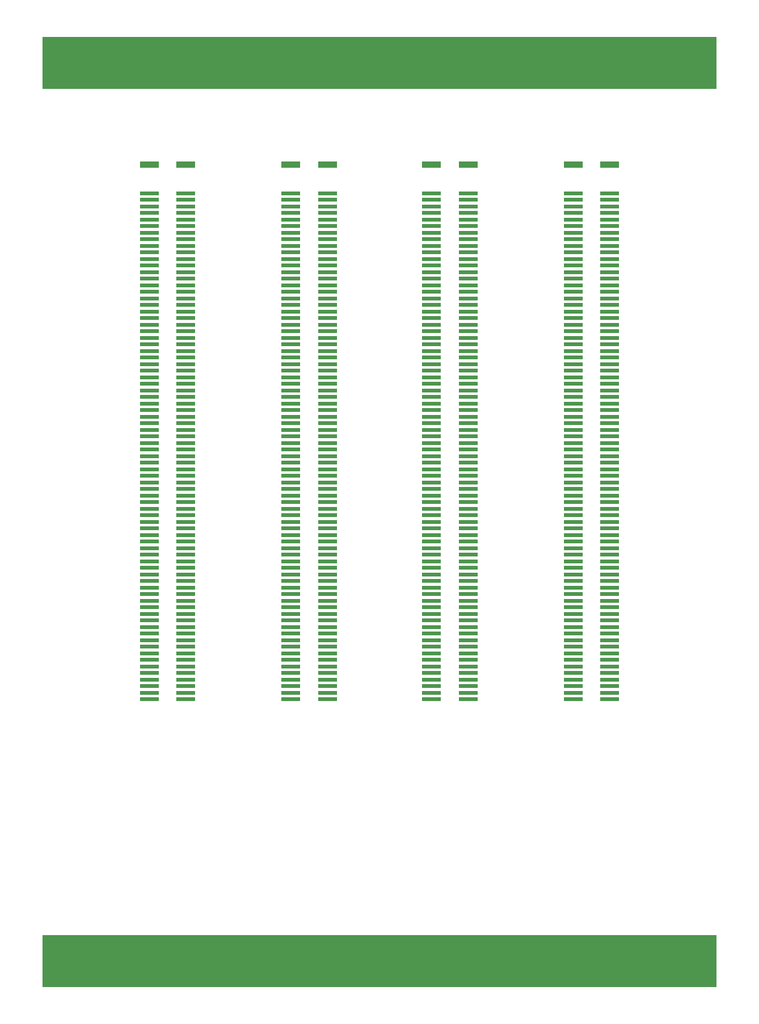
<source format=gbs>
G04 Layer: BottomSolderMaskLayer*
G04 EasyEDA v6.5.29, 2023-07-18 10:35:04*
G04 3d4cdd4c9cf84954a9378beb5d92b1fd,5a6b42c53f6a479593ecc07194224c93,10*
G04 Gerber Generator version 0.2*
G04 Scale: 100 percent, Rotated: No, Reflected: No *
G04 Dimensions in millimeters *
G04 leading zeros omitted , absolute positions ,4 integer and 5 decimal *
%FSLAX45Y45*%
%MOMM*%

%ADD10O,6.6032126X3.4031936000000003*%

%LPD*%
D10*
G01*
X736600Y12573000D03*
G01*
X8382000Y12573000D03*
G01*
X736600Y330200D03*
G01*
X8382000Y330200D03*
G36*
X0Y12852400D02*
G01*
X9131300Y12852400D01*
X9131300Y12152401D01*
X0Y12152401D01*
G37*
G36*
X0Y699998D02*
G01*
X9131300Y699998D01*
X9131300Y0D01*
X0Y0D01*
G37*
G36*
X1816100Y11168379D02*
G01*
X2070100Y11168379D01*
X2070100Y11079479D01*
X1816100Y11079479D01*
G37*
G36*
X1320800Y11168379D02*
G01*
X1574800Y11168379D01*
X1574800Y11079479D01*
X1320800Y11079479D01*
G37*
G36*
X1816100Y8983979D02*
G01*
X2070100Y8983979D01*
X2070100Y8933179D01*
X1816100Y8933179D01*
G37*
G36*
X1816100Y8895079D02*
G01*
X2070100Y8895079D01*
X2070100Y8844279D01*
X1816100Y8844279D01*
G37*
G36*
X1816100Y8806179D02*
G01*
X2070100Y8806179D01*
X2070100Y8755379D01*
X1816100Y8755379D01*
G37*
G36*
X1816100Y8539479D02*
G01*
X2070100Y8539479D01*
X2070100Y8488679D01*
X1816100Y8488679D01*
G37*
G36*
X1816100Y8628379D02*
G01*
X2070100Y8628379D01*
X2070100Y8577579D01*
X1816100Y8577579D01*
G37*
G36*
X1816100Y8717279D02*
G01*
X2070100Y8717279D01*
X2070100Y8666479D01*
X1816100Y8666479D01*
G37*
G36*
X1816100Y8272779D02*
G01*
X2070100Y8272779D01*
X2070100Y8221979D01*
X1816100Y8221979D01*
G37*
G36*
X1816100Y8361679D02*
G01*
X2070100Y8361679D01*
X2070100Y8310879D01*
X1816100Y8310879D01*
G37*
G36*
X1816100Y8450579D02*
G01*
X2070100Y8450579D01*
X2070100Y8399779D01*
X1816100Y8399779D01*
G37*
G36*
X1816100Y8006079D02*
G01*
X2070100Y8006079D01*
X2070100Y7955279D01*
X1816100Y7955279D01*
G37*
G36*
X1816100Y8094979D02*
G01*
X2070100Y8094979D01*
X2070100Y8044179D01*
X1816100Y8044179D01*
G37*
G36*
X1816100Y8183879D02*
G01*
X2070100Y8183879D01*
X2070100Y8133079D01*
X1816100Y8133079D01*
G37*
G36*
X1816100Y7828279D02*
G01*
X2070100Y7828279D01*
X2070100Y7777479D01*
X1816100Y7777479D01*
G37*
G36*
X1816100Y7917179D02*
G01*
X2070100Y7917179D01*
X2070100Y7866379D01*
X1816100Y7866379D01*
G37*
G36*
X1816100Y9161779D02*
G01*
X2070100Y9161779D01*
X2070100Y9110979D01*
X1816100Y9110979D01*
G37*
G36*
X1816100Y9072879D02*
G01*
X2070100Y9072879D01*
X2070100Y9022079D01*
X1816100Y9022079D01*
G37*
G36*
X1816100Y9428479D02*
G01*
X2070100Y9428479D01*
X2070100Y9377679D01*
X1816100Y9377679D01*
G37*
G36*
X1816100Y9339579D02*
G01*
X2070100Y9339579D01*
X2070100Y9288779D01*
X1816100Y9288779D01*
G37*
G36*
X1816100Y9250679D02*
G01*
X2070100Y9250679D01*
X2070100Y9199879D01*
X1816100Y9199879D01*
G37*
G36*
X1816100Y9695179D02*
G01*
X2070100Y9695179D01*
X2070100Y9644379D01*
X1816100Y9644379D01*
G37*
G36*
X1816100Y9606279D02*
G01*
X2070100Y9606279D01*
X2070100Y9555479D01*
X1816100Y9555479D01*
G37*
G36*
X1816100Y9517379D02*
G01*
X2070100Y9517379D01*
X2070100Y9466579D01*
X1816100Y9466579D01*
G37*
G36*
X1816100Y9961879D02*
G01*
X2070100Y9961879D01*
X2070100Y9911079D01*
X1816100Y9911079D01*
G37*
G36*
X1816100Y9872979D02*
G01*
X2070100Y9872979D01*
X2070100Y9822179D01*
X1816100Y9822179D01*
G37*
G36*
X1816100Y9784079D02*
G01*
X2070100Y9784079D01*
X2070100Y9733279D01*
X1816100Y9733279D01*
G37*
G36*
X1816100Y10228579D02*
G01*
X2070100Y10228579D01*
X2070100Y10177779D01*
X1816100Y10177779D01*
G37*
G36*
X1816100Y10139679D02*
G01*
X2070100Y10139679D01*
X2070100Y10088879D01*
X1816100Y10088879D01*
G37*
G36*
X1816100Y10050779D02*
G01*
X2070100Y10050779D01*
X2070100Y9999979D01*
X1816100Y9999979D01*
G37*
G36*
X1816100Y10495279D02*
G01*
X2070100Y10495279D01*
X2070100Y10444479D01*
X1816100Y10444479D01*
G37*
G36*
X1816100Y10406379D02*
G01*
X2070100Y10406379D01*
X2070100Y10355579D01*
X1816100Y10355579D01*
G37*
G36*
X1816100Y10317479D02*
G01*
X2070100Y10317479D01*
X2070100Y10266679D01*
X1816100Y10266679D01*
G37*
G36*
X1816100Y10584179D02*
G01*
X2070100Y10584179D01*
X2070100Y10533379D01*
X1816100Y10533379D01*
G37*
G36*
X1816100Y10673079D02*
G01*
X2070100Y10673079D01*
X2070100Y10622279D01*
X1816100Y10622279D01*
G37*
G36*
X1816100Y10761979D02*
G01*
X2070100Y10761979D01*
X2070100Y10711179D01*
X1816100Y10711179D01*
G37*
G36*
X1320800Y10761979D02*
G01*
X1574800Y10761979D01*
X1574800Y10711179D01*
X1320800Y10711179D01*
G37*
G36*
X1320800Y10673079D02*
G01*
X1574800Y10673079D01*
X1574800Y10622279D01*
X1320800Y10622279D01*
G37*
G36*
X1320800Y10584179D02*
G01*
X1574800Y10584179D01*
X1574800Y10533379D01*
X1320800Y10533379D01*
G37*
G36*
X1320800Y10317479D02*
G01*
X1574800Y10317479D01*
X1574800Y10266679D01*
X1320800Y10266679D01*
G37*
G36*
X1320800Y10406379D02*
G01*
X1574800Y10406379D01*
X1574800Y10355579D01*
X1320800Y10355579D01*
G37*
G36*
X1320800Y10495279D02*
G01*
X1574800Y10495279D01*
X1574800Y10444479D01*
X1320800Y10444479D01*
G37*
G36*
X1320800Y10050779D02*
G01*
X1574800Y10050779D01*
X1574800Y9999979D01*
X1320800Y9999979D01*
G37*
G36*
X1320800Y10139679D02*
G01*
X1574800Y10139679D01*
X1574800Y10088879D01*
X1320800Y10088879D01*
G37*
G36*
X1320800Y10228579D02*
G01*
X1574800Y10228579D01*
X1574800Y10177779D01*
X1320800Y10177779D01*
G37*
G36*
X1320800Y9784079D02*
G01*
X1574800Y9784079D01*
X1574800Y9733279D01*
X1320800Y9733279D01*
G37*
G36*
X1320800Y9872979D02*
G01*
X1574800Y9872979D01*
X1574800Y9822179D01*
X1320800Y9822179D01*
G37*
G36*
X1320800Y9961879D02*
G01*
X1574800Y9961879D01*
X1574800Y9911079D01*
X1320800Y9911079D01*
G37*
G36*
X1320800Y9517379D02*
G01*
X1574800Y9517379D01*
X1574800Y9466579D01*
X1320800Y9466579D01*
G37*
G36*
X1320800Y9606279D02*
G01*
X1574800Y9606279D01*
X1574800Y9555479D01*
X1320800Y9555479D01*
G37*
G36*
X1320800Y9695179D02*
G01*
X1574800Y9695179D01*
X1574800Y9644379D01*
X1320800Y9644379D01*
G37*
G36*
X1320800Y9250679D02*
G01*
X1574800Y9250679D01*
X1574800Y9199879D01*
X1320800Y9199879D01*
G37*
G36*
X1320800Y9339579D02*
G01*
X1574800Y9339579D01*
X1574800Y9288779D01*
X1320800Y9288779D01*
G37*
G36*
X1320800Y9428479D02*
G01*
X1574800Y9428479D01*
X1574800Y9377679D01*
X1320800Y9377679D01*
G37*
G36*
X1320800Y9072879D02*
G01*
X1574800Y9072879D01*
X1574800Y9022079D01*
X1320800Y9022079D01*
G37*
G36*
X1320800Y9161779D02*
G01*
X1574800Y9161779D01*
X1574800Y9110979D01*
X1320800Y9110979D01*
G37*
G36*
X1320800Y7917179D02*
G01*
X1574800Y7917179D01*
X1574800Y7866379D01*
X1320800Y7866379D01*
G37*
G36*
X1320800Y7828279D02*
G01*
X1574800Y7828279D01*
X1574800Y7777479D01*
X1320800Y7777479D01*
G37*
G36*
X1320800Y8183879D02*
G01*
X1574800Y8183879D01*
X1574800Y8133079D01*
X1320800Y8133079D01*
G37*
G36*
X1320800Y8094979D02*
G01*
X1574800Y8094979D01*
X1574800Y8044179D01*
X1320800Y8044179D01*
G37*
G36*
X1320800Y8006079D02*
G01*
X1574800Y8006079D01*
X1574800Y7955279D01*
X1320800Y7955279D01*
G37*
G36*
X1320800Y8450579D02*
G01*
X1574800Y8450579D01*
X1574800Y8399779D01*
X1320800Y8399779D01*
G37*
G36*
X1320800Y8361679D02*
G01*
X1574800Y8361679D01*
X1574800Y8310879D01*
X1320800Y8310879D01*
G37*
G36*
X1320800Y8272779D02*
G01*
X1574800Y8272779D01*
X1574800Y8221979D01*
X1320800Y8221979D01*
G37*
G36*
X1320800Y8717279D02*
G01*
X1574800Y8717279D01*
X1574800Y8666479D01*
X1320800Y8666479D01*
G37*
G36*
X1320800Y8628379D02*
G01*
X1574800Y8628379D01*
X1574800Y8577579D01*
X1320800Y8577579D01*
G37*
G36*
X1320800Y8539479D02*
G01*
X1574800Y8539479D01*
X1574800Y8488679D01*
X1320800Y8488679D01*
G37*
G36*
X1320800Y8806179D02*
G01*
X1574800Y8806179D01*
X1574800Y8755379D01*
X1320800Y8755379D01*
G37*
G36*
X1320800Y8895079D02*
G01*
X1574800Y8895079D01*
X1574800Y8844279D01*
X1320800Y8844279D01*
G37*
G36*
X1320800Y8983979D02*
G01*
X1574800Y8983979D01*
X1574800Y8933179D01*
X1320800Y8933179D01*
G37*
G36*
X1320800Y5961379D02*
G01*
X1574800Y5961379D01*
X1574800Y5910579D01*
X1320800Y5910579D01*
G37*
G36*
X1320800Y5872479D02*
G01*
X1574800Y5872479D01*
X1574800Y5821679D01*
X1320800Y5821679D01*
G37*
G36*
X1320800Y5783579D02*
G01*
X1574800Y5783579D01*
X1574800Y5732779D01*
X1320800Y5732779D01*
G37*
G36*
X1320800Y5516879D02*
G01*
X1574800Y5516879D01*
X1574800Y5466079D01*
X1320800Y5466079D01*
G37*
G36*
X1320800Y5605779D02*
G01*
X1574800Y5605779D01*
X1574800Y5554979D01*
X1320800Y5554979D01*
G37*
G36*
X1320800Y5694679D02*
G01*
X1574800Y5694679D01*
X1574800Y5643879D01*
X1320800Y5643879D01*
G37*
G36*
X1320800Y5250179D02*
G01*
X1574800Y5250179D01*
X1574800Y5199379D01*
X1320800Y5199379D01*
G37*
G36*
X1320800Y5339079D02*
G01*
X1574800Y5339079D01*
X1574800Y5288279D01*
X1320800Y5288279D01*
G37*
G36*
X1320800Y5427979D02*
G01*
X1574800Y5427979D01*
X1574800Y5377179D01*
X1320800Y5377179D01*
G37*
G36*
X1320800Y4983479D02*
G01*
X1574800Y4983479D01*
X1574800Y4932679D01*
X1320800Y4932679D01*
G37*
G36*
X1320800Y5072379D02*
G01*
X1574800Y5072379D01*
X1574800Y5021579D01*
X1320800Y5021579D01*
G37*
G36*
X1320800Y5161279D02*
G01*
X1574800Y5161279D01*
X1574800Y5110479D01*
X1320800Y5110479D01*
G37*
G36*
X1320800Y4805679D02*
G01*
X1574800Y4805679D01*
X1574800Y4754879D01*
X1320800Y4754879D01*
G37*
G36*
X1320800Y4894579D02*
G01*
X1574800Y4894579D01*
X1574800Y4843779D01*
X1320800Y4843779D01*
G37*
G36*
X1320800Y6139179D02*
G01*
X1574800Y6139179D01*
X1574800Y6088379D01*
X1320800Y6088379D01*
G37*
G36*
X1320800Y6050279D02*
G01*
X1574800Y6050279D01*
X1574800Y5999479D01*
X1320800Y5999479D01*
G37*
G36*
X1320800Y6405879D02*
G01*
X1574800Y6405879D01*
X1574800Y6355079D01*
X1320800Y6355079D01*
G37*
G36*
X1320800Y6316979D02*
G01*
X1574800Y6316979D01*
X1574800Y6266179D01*
X1320800Y6266179D01*
G37*
G36*
X1320800Y6228079D02*
G01*
X1574800Y6228079D01*
X1574800Y6177279D01*
X1320800Y6177279D01*
G37*
G36*
X1320800Y6672579D02*
G01*
X1574800Y6672579D01*
X1574800Y6621779D01*
X1320800Y6621779D01*
G37*
G36*
X1320800Y6583679D02*
G01*
X1574800Y6583679D01*
X1574800Y6532879D01*
X1320800Y6532879D01*
G37*
G36*
X1320800Y6494779D02*
G01*
X1574800Y6494779D01*
X1574800Y6443979D01*
X1320800Y6443979D01*
G37*
G36*
X1320800Y6939279D02*
G01*
X1574800Y6939279D01*
X1574800Y6888479D01*
X1320800Y6888479D01*
G37*
G36*
X1320800Y6850379D02*
G01*
X1574800Y6850379D01*
X1574800Y6799579D01*
X1320800Y6799579D01*
G37*
G36*
X1320800Y6761479D02*
G01*
X1574800Y6761479D01*
X1574800Y6710679D01*
X1320800Y6710679D01*
G37*
G36*
X1320800Y7205979D02*
G01*
X1574800Y7205979D01*
X1574800Y7155179D01*
X1320800Y7155179D01*
G37*
G36*
X1320800Y7117079D02*
G01*
X1574800Y7117079D01*
X1574800Y7066279D01*
X1320800Y7066279D01*
G37*
G36*
X1320800Y7028179D02*
G01*
X1574800Y7028179D01*
X1574800Y6977379D01*
X1320800Y6977379D01*
G37*
G36*
X1320800Y7472679D02*
G01*
X1574800Y7472679D01*
X1574800Y7421879D01*
X1320800Y7421879D01*
G37*
G36*
X1320800Y7383779D02*
G01*
X1574800Y7383779D01*
X1574800Y7332979D01*
X1320800Y7332979D01*
G37*
G36*
X1320800Y7294879D02*
G01*
X1574800Y7294879D01*
X1574800Y7244079D01*
X1320800Y7244079D01*
G37*
G36*
X1320800Y7561579D02*
G01*
X1574800Y7561579D01*
X1574800Y7510779D01*
X1320800Y7510779D01*
G37*
G36*
X1320800Y7650479D02*
G01*
X1574800Y7650479D01*
X1574800Y7599679D01*
X1320800Y7599679D01*
G37*
G36*
X1320800Y7739379D02*
G01*
X1574800Y7739379D01*
X1574800Y7688579D01*
X1320800Y7688579D01*
G37*
G36*
X1816100Y7739379D02*
G01*
X2070100Y7739379D01*
X2070100Y7688579D01*
X1816100Y7688579D01*
G37*
G36*
X1816100Y7650479D02*
G01*
X2070100Y7650479D01*
X2070100Y7599679D01*
X1816100Y7599679D01*
G37*
G36*
X1816100Y7561579D02*
G01*
X2070100Y7561579D01*
X2070100Y7510779D01*
X1816100Y7510779D01*
G37*
G36*
X1816100Y7294879D02*
G01*
X2070100Y7294879D01*
X2070100Y7244079D01*
X1816100Y7244079D01*
G37*
G36*
X1816100Y7383779D02*
G01*
X2070100Y7383779D01*
X2070100Y7332979D01*
X1816100Y7332979D01*
G37*
G36*
X1816100Y7472679D02*
G01*
X2070100Y7472679D01*
X2070100Y7421879D01*
X1816100Y7421879D01*
G37*
G36*
X1816100Y7028179D02*
G01*
X2070100Y7028179D01*
X2070100Y6977379D01*
X1816100Y6977379D01*
G37*
G36*
X1816100Y7117079D02*
G01*
X2070100Y7117079D01*
X2070100Y7066279D01*
X1816100Y7066279D01*
G37*
G36*
X1816100Y7205979D02*
G01*
X2070100Y7205979D01*
X2070100Y7155179D01*
X1816100Y7155179D01*
G37*
G36*
X1816100Y6761479D02*
G01*
X2070100Y6761479D01*
X2070100Y6710679D01*
X1816100Y6710679D01*
G37*
G36*
X1816100Y6850379D02*
G01*
X2070100Y6850379D01*
X2070100Y6799579D01*
X1816100Y6799579D01*
G37*
G36*
X1816100Y6939279D02*
G01*
X2070100Y6939279D01*
X2070100Y6888479D01*
X1816100Y6888479D01*
G37*
G36*
X1816100Y6494779D02*
G01*
X2070100Y6494779D01*
X2070100Y6443979D01*
X1816100Y6443979D01*
G37*
G36*
X1816100Y6583679D02*
G01*
X2070100Y6583679D01*
X2070100Y6532879D01*
X1816100Y6532879D01*
G37*
G36*
X1816100Y6672579D02*
G01*
X2070100Y6672579D01*
X2070100Y6621779D01*
X1816100Y6621779D01*
G37*
G36*
X1816100Y6228079D02*
G01*
X2070100Y6228079D01*
X2070100Y6177279D01*
X1816100Y6177279D01*
G37*
G36*
X1816100Y6316979D02*
G01*
X2070100Y6316979D01*
X2070100Y6266179D01*
X1816100Y6266179D01*
G37*
G36*
X1816100Y6405879D02*
G01*
X2070100Y6405879D01*
X2070100Y6355079D01*
X1816100Y6355079D01*
G37*
G36*
X1816100Y6050279D02*
G01*
X2070100Y6050279D01*
X2070100Y5999479D01*
X1816100Y5999479D01*
G37*
G36*
X1816100Y6139179D02*
G01*
X2070100Y6139179D01*
X2070100Y6088379D01*
X1816100Y6088379D01*
G37*
G36*
X1816100Y4894579D02*
G01*
X2070100Y4894579D01*
X2070100Y4843779D01*
X1816100Y4843779D01*
G37*
G36*
X1816100Y4805679D02*
G01*
X2070100Y4805679D01*
X2070100Y4754879D01*
X1816100Y4754879D01*
G37*
G36*
X1816100Y5161279D02*
G01*
X2070100Y5161279D01*
X2070100Y5110479D01*
X1816100Y5110479D01*
G37*
G36*
X1816100Y5072379D02*
G01*
X2070100Y5072379D01*
X2070100Y5021579D01*
X1816100Y5021579D01*
G37*
G36*
X1816100Y4983479D02*
G01*
X2070100Y4983479D01*
X2070100Y4932679D01*
X1816100Y4932679D01*
G37*
G36*
X1816100Y5427979D02*
G01*
X2070100Y5427979D01*
X2070100Y5377179D01*
X1816100Y5377179D01*
G37*
G36*
X1816100Y5339079D02*
G01*
X2070100Y5339079D01*
X2070100Y5288279D01*
X1816100Y5288279D01*
G37*
G36*
X1816100Y5250179D02*
G01*
X2070100Y5250179D01*
X2070100Y5199379D01*
X1816100Y5199379D01*
G37*
G36*
X1816100Y5694679D02*
G01*
X2070100Y5694679D01*
X2070100Y5643879D01*
X1816100Y5643879D01*
G37*
G36*
X1816100Y5605779D02*
G01*
X2070100Y5605779D01*
X2070100Y5554979D01*
X1816100Y5554979D01*
G37*
G36*
X1816100Y5516879D02*
G01*
X2070100Y5516879D01*
X2070100Y5466079D01*
X1816100Y5466079D01*
G37*
G36*
X1816100Y5783579D02*
G01*
X2070100Y5783579D01*
X2070100Y5732779D01*
X1816100Y5732779D01*
G37*
G36*
X1816100Y5872479D02*
G01*
X2070100Y5872479D01*
X2070100Y5821679D01*
X1816100Y5821679D01*
G37*
G36*
X1816100Y5961379D02*
G01*
X2070100Y5961379D01*
X2070100Y5910579D01*
X1816100Y5910579D01*
G37*
G36*
X1320800Y3916679D02*
G01*
X1574800Y3916679D01*
X1574800Y3865879D01*
X1320800Y3865879D01*
G37*
G36*
X1320800Y4183379D02*
G01*
X1574800Y4183379D01*
X1574800Y4132579D01*
X1320800Y4132579D01*
G37*
G36*
X1320800Y4094479D02*
G01*
X1574800Y4094479D01*
X1574800Y4043679D01*
X1320800Y4043679D01*
G37*
G36*
X1320800Y4005579D02*
G01*
X1574800Y4005579D01*
X1574800Y3954779D01*
X1320800Y3954779D01*
G37*
G36*
X1320800Y4450079D02*
G01*
X1574800Y4450079D01*
X1574800Y4399279D01*
X1320800Y4399279D01*
G37*
G36*
X1320800Y4361179D02*
G01*
X1574800Y4361179D01*
X1574800Y4310379D01*
X1320800Y4310379D01*
G37*
G36*
X1320800Y4272279D02*
G01*
X1574800Y4272279D01*
X1574800Y4221479D01*
X1320800Y4221479D01*
G37*
G36*
X1320800Y4538979D02*
G01*
X1574800Y4538979D01*
X1574800Y4488179D01*
X1320800Y4488179D01*
G37*
G36*
X1320800Y4627879D02*
G01*
X1574800Y4627879D01*
X1574800Y4577079D01*
X1320800Y4577079D01*
G37*
G36*
X1320800Y4716779D02*
G01*
X1574800Y4716779D01*
X1574800Y4665979D01*
X1320800Y4665979D01*
G37*
G36*
X1816100Y4716779D02*
G01*
X2070100Y4716779D01*
X2070100Y4665979D01*
X1816100Y4665979D01*
G37*
G36*
X1816100Y4627879D02*
G01*
X2070100Y4627879D01*
X2070100Y4577079D01*
X1816100Y4577079D01*
G37*
G36*
X1816100Y4538979D02*
G01*
X2070100Y4538979D01*
X2070100Y4488179D01*
X1816100Y4488179D01*
G37*
G36*
X1816100Y4272279D02*
G01*
X2070100Y4272279D01*
X2070100Y4221479D01*
X1816100Y4221479D01*
G37*
G36*
X1816100Y4361179D02*
G01*
X2070100Y4361179D01*
X2070100Y4310379D01*
X1816100Y4310379D01*
G37*
G36*
X1816100Y4450079D02*
G01*
X2070100Y4450079D01*
X2070100Y4399279D01*
X1816100Y4399279D01*
G37*
G36*
X1816100Y4005579D02*
G01*
X2070100Y4005579D01*
X2070100Y3954779D01*
X1816100Y3954779D01*
G37*
G36*
X1816100Y4094479D02*
G01*
X2070100Y4094479D01*
X2070100Y4043679D01*
X1816100Y4043679D01*
G37*
G36*
X1816100Y4183379D02*
G01*
X2070100Y4183379D01*
X2070100Y4132579D01*
X1816100Y4132579D01*
G37*
G36*
X1816100Y3916679D02*
G01*
X2070100Y3916679D01*
X2070100Y3865879D01*
X1816100Y3865879D01*
G37*
G36*
X3733825Y3916679D02*
G01*
X3987825Y3916679D01*
X3987825Y3865879D01*
X3733825Y3865879D01*
G37*
G36*
X3733825Y4183379D02*
G01*
X3987825Y4183379D01*
X3987825Y4132579D01*
X3733825Y4132579D01*
G37*
G36*
X3733825Y4094479D02*
G01*
X3987825Y4094479D01*
X3987825Y4043679D01*
X3733825Y4043679D01*
G37*
G36*
X3733825Y4005579D02*
G01*
X3987825Y4005579D01*
X3987825Y3954779D01*
X3733825Y3954779D01*
G37*
G36*
X3733825Y4450079D02*
G01*
X3987825Y4450079D01*
X3987825Y4399279D01*
X3733825Y4399279D01*
G37*
G36*
X3733825Y4361179D02*
G01*
X3987825Y4361179D01*
X3987825Y4310379D01*
X3733825Y4310379D01*
G37*
G36*
X3733825Y4272279D02*
G01*
X3987825Y4272279D01*
X3987825Y4221479D01*
X3733825Y4221479D01*
G37*
G36*
X3733825Y4538979D02*
G01*
X3987825Y4538979D01*
X3987825Y4488179D01*
X3733825Y4488179D01*
G37*
G36*
X3733825Y4627879D02*
G01*
X3987825Y4627879D01*
X3987825Y4577079D01*
X3733825Y4577079D01*
G37*
G36*
X3733825Y4716779D02*
G01*
X3987825Y4716779D01*
X3987825Y4665979D01*
X3733825Y4665979D01*
G37*
G36*
X3238525Y4716779D02*
G01*
X3492525Y4716779D01*
X3492525Y4665979D01*
X3238525Y4665979D01*
G37*
G36*
X3238525Y4627879D02*
G01*
X3492525Y4627879D01*
X3492525Y4577079D01*
X3238525Y4577079D01*
G37*
G36*
X3238525Y4538979D02*
G01*
X3492525Y4538979D01*
X3492525Y4488179D01*
X3238525Y4488179D01*
G37*
G36*
X3238525Y4272279D02*
G01*
X3492525Y4272279D01*
X3492525Y4221479D01*
X3238525Y4221479D01*
G37*
G36*
X3238525Y4361179D02*
G01*
X3492525Y4361179D01*
X3492525Y4310379D01*
X3238525Y4310379D01*
G37*
G36*
X3238525Y4450079D02*
G01*
X3492525Y4450079D01*
X3492525Y4399279D01*
X3238525Y4399279D01*
G37*
G36*
X3238525Y4005579D02*
G01*
X3492525Y4005579D01*
X3492525Y3954779D01*
X3238525Y3954779D01*
G37*
G36*
X3238525Y4094479D02*
G01*
X3492525Y4094479D01*
X3492525Y4043679D01*
X3238525Y4043679D01*
G37*
G36*
X3238525Y4183379D02*
G01*
X3492525Y4183379D01*
X3492525Y4132579D01*
X3238525Y4132579D01*
G37*
G36*
X3238525Y3916679D02*
G01*
X3492525Y3916679D01*
X3492525Y3865879D01*
X3238525Y3865879D01*
G37*
G36*
X3733825Y5961379D02*
G01*
X3987825Y5961379D01*
X3987825Y5910579D01*
X3733825Y5910579D01*
G37*
G36*
X3733825Y5872479D02*
G01*
X3987825Y5872479D01*
X3987825Y5821679D01*
X3733825Y5821679D01*
G37*
G36*
X3733825Y5783579D02*
G01*
X3987825Y5783579D01*
X3987825Y5732779D01*
X3733825Y5732779D01*
G37*
G36*
X3733825Y5516879D02*
G01*
X3987825Y5516879D01*
X3987825Y5466079D01*
X3733825Y5466079D01*
G37*
G36*
X3733825Y5605779D02*
G01*
X3987825Y5605779D01*
X3987825Y5554979D01*
X3733825Y5554979D01*
G37*
G36*
X3733825Y5694679D02*
G01*
X3987825Y5694679D01*
X3987825Y5643879D01*
X3733825Y5643879D01*
G37*
G36*
X3733825Y5250179D02*
G01*
X3987825Y5250179D01*
X3987825Y5199379D01*
X3733825Y5199379D01*
G37*
G36*
X3733825Y5339079D02*
G01*
X3987825Y5339079D01*
X3987825Y5288279D01*
X3733825Y5288279D01*
G37*
G36*
X3733825Y5427979D02*
G01*
X3987825Y5427979D01*
X3987825Y5377179D01*
X3733825Y5377179D01*
G37*
G36*
X3733825Y4983479D02*
G01*
X3987825Y4983479D01*
X3987825Y4932679D01*
X3733825Y4932679D01*
G37*
G36*
X3733825Y5072379D02*
G01*
X3987825Y5072379D01*
X3987825Y5021579D01*
X3733825Y5021579D01*
G37*
G36*
X3733825Y5161279D02*
G01*
X3987825Y5161279D01*
X3987825Y5110479D01*
X3733825Y5110479D01*
G37*
G36*
X3733825Y4805679D02*
G01*
X3987825Y4805679D01*
X3987825Y4754879D01*
X3733825Y4754879D01*
G37*
G36*
X3733825Y4894579D02*
G01*
X3987825Y4894579D01*
X3987825Y4843779D01*
X3733825Y4843779D01*
G37*
G36*
X3733825Y6139179D02*
G01*
X3987825Y6139179D01*
X3987825Y6088379D01*
X3733825Y6088379D01*
G37*
G36*
X3733825Y6050279D02*
G01*
X3987825Y6050279D01*
X3987825Y5999479D01*
X3733825Y5999479D01*
G37*
G36*
X3733825Y6405879D02*
G01*
X3987825Y6405879D01*
X3987825Y6355079D01*
X3733825Y6355079D01*
G37*
G36*
X3733825Y6316979D02*
G01*
X3987825Y6316979D01*
X3987825Y6266179D01*
X3733825Y6266179D01*
G37*
G36*
X3733825Y6228079D02*
G01*
X3987825Y6228079D01*
X3987825Y6177279D01*
X3733825Y6177279D01*
G37*
G36*
X3733825Y6672579D02*
G01*
X3987825Y6672579D01*
X3987825Y6621779D01*
X3733825Y6621779D01*
G37*
G36*
X3733825Y6583679D02*
G01*
X3987825Y6583679D01*
X3987825Y6532879D01*
X3733825Y6532879D01*
G37*
G36*
X3733825Y6494779D02*
G01*
X3987825Y6494779D01*
X3987825Y6443979D01*
X3733825Y6443979D01*
G37*
G36*
X3733825Y6939279D02*
G01*
X3987825Y6939279D01*
X3987825Y6888479D01*
X3733825Y6888479D01*
G37*
G36*
X3733825Y6850379D02*
G01*
X3987825Y6850379D01*
X3987825Y6799579D01*
X3733825Y6799579D01*
G37*
G36*
X3733825Y6761479D02*
G01*
X3987825Y6761479D01*
X3987825Y6710679D01*
X3733825Y6710679D01*
G37*
G36*
X3733825Y7205979D02*
G01*
X3987825Y7205979D01*
X3987825Y7155179D01*
X3733825Y7155179D01*
G37*
G36*
X3733825Y7117079D02*
G01*
X3987825Y7117079D01*
X3987825Y7066279D01*
X3733825Y7066279D01*
G37*
G36*
X3733825Y7028179D02*
G01*
X3987825Y7028179D01*
X3987825Y6977379D01*
X3733825Y6977379D01*
G37*
G36*
X3733825Y7472679D02*
G01*
X3987825Y7472679D01*
X3987825Y7421879D01*
X3733825Y7421879D01*
G37*
G36*
X3733825Y7383779D02*
G01*
X3987825Y7383779D01*
X3987825Y7332979D01*
X3733825Y7332979D01*
G37*
G36*
X3733825Y7294879D02*
G01*
X3987825Y7294879D01*
X3987825Y7244079D01*
X3733825Y7244079D01*
G37*
G36*
X3733825Y7561579D02*
G01*
X3987825Y7561579D01*
X3987825Y7510779D01*
X3733825Y7510779D01*
G37*
G36*
X3733825Y7650479D02*
G01*
X3987825Y7650479D01*
X3987825Y7599679D01*
X3733825Y7599679D01*
G37*
G36*
X3733825Y7739379D02*
G01*
X3987825Y7739379D01*
X3987825Y7688579D01*
X3733825Y7688579D01*
G37*
G36*
X3238525Y7739379D02*
G01*
X3492525Y7739379D01*
X3492525Y7688579D01*
X3238525Y7688579D01*
G37*
G36*
X3238525Y7650479D02*
G01*
X3492525Y7650479D01*
X3492525Y7599679D01*
X3238525Y7599679D01*
G37*
G36*
X3238525Y7561579D02*
G01*
X3492525Y7561579D01*
X3492525Y7510779D01*
X3238525Y7510779D01*
G37*
G36*
X3238525Y7294879D02*
G01*
X3492525Y7294879D01*
X3492525Y7244079D01*
X3238525Y7244079D01*
G37*
G36*
X3238525Y7383779D02*
G01*
X3492525Y7383779D01*
X3492525Y7332979D01*
X3238525Y7332979D01*
G37*
G36*
X3238525Y7472679D02*
G01*
X3492525Y7472679D01*
X3492525Y7421879D01*
X3238525Y7421879D01*
G37*
G36*
X3238525Y7028179D02*
G01*
X3492525Y7028179D01*
X3492525Y6977379D01*
X3238525Y6977379D01*
G37*
G36*
X3238525Y7117079D02*
G01*
X3492525Y7117079D01*
X3492525Y7066279D01*
X3238525Y7066279D01*
G37*
G36*
X3238525Y7205979D02*
G01*
X3492525Y7205979D01*
X3492525Y7155179D01*
X3238525Y7155179D01*
G37*
G36*
X3238525Y6761479D02*
G01*
X3492525Y6761479D01*
X3492525Y6710679D01*
X3238525Y6710679D01*
G37*
G36*
X3238525Y6850379D02*
G01*
X3492525Y6850379D01*
X3492525Y6799579D01*
X3238525Y6799579D01*
G37*
G36*
X3238525Y6939279D02*
G01*
X3492525Y6939279D01*
X3492525Y6888479D01*
X3238525Y6888479D01*
G37*
G36*
X3238525Y6494779D02*
G01*
X3492525Y6494779D01*
X3492525Y6443979D01*
X3238525Y6443979D01*
G37*
G36*
X3238525Y6583679D02*
G01*
X3492525Y6583679D01*
X3492525Y6532879D01*
X3238525Y6532879D01*
G37*
G36*
X3238525Y6672579D02*
G01*
X3492525Y6672579D01*
X3492525Y6621779D01*
X3238525Y6621779D01*
G37*
G36*
X3238525Y6228079D02*
G01*
X3492525Y6228079D01*
X3492525Y6177279D01*
X3238525Y6177279D01*
G37*
G36*
X3238525Y6316979D02*
G01*
X3492525Y6316979D01*
X3492525Y6266179D01*
X3238525Y6266179D01*
G37*
G36*
X3238525Y6405879D02*
G01*
X3492525Y6405879D01*
X3492525Y6355079D01*
X3238525Y6355079D01*
G37*
G36*
X3238525Y6050279D02*
G01*
X3492525Y6050279D01*
X3492525Y5999479D01*
X3238525Y5999479D01*
G37*
G36*
X3238525Y6139179D02*
G01*
X3492525Y6139179D01*
X3492525Y6088379D01*
X3238525Y6088379D01*
G37*
G36*
X3238525Y4894579D02*
G01*
X3492525Y4894579D01*
X3492525Y4843779D01*
X3238525Y4843779D01*
G37*
G36*
X3238525Y4805679D02*
G01*
X3492525Y4805679D01*
X3492525Y4754879D01*
X3238525Y4754879D01*
G37*
G36*
X3238525Y5161279D02*
G01*
X3492525Y5161279D01*
X3492525Y5110479D01*
X3238525Y5110479D01*
G37*
G36*
X3238525Y5072379D02*
G01*
X3492525Y5072379D01*
X3492525Y5021579D01*
X3238525Y5021579D01*
G37*
G36*
X3238525Y4983479D02*
G01*
X3492525Y4983479D01*
X3492525Y4932679D01*
X3238525Y4932679D01*
G37*
G36*
X3238525Y5427979D02*
G01*
X3492525Y5427979D01*
X3492525Y5377179D01*
X3238525Y5377179D01*
G37*
G36*
X3238525Y5339079D02*
G01*
X3492525Y5339079D01*
X3492525Y5288279D01*
X3238525Y5288279D01*
G37*
G36*
X3238525Y5250179D02*
G01*
X3492525Y5250179D01*
X3492525Y5199379D01*
X3238525Y5199379D01*
G37*
G36*
X3238525Y5694679D02*
G01*
X3492525Y5694679D01*
X3492525Y5643879D01*
X3238525Y5643879D01*
G37*
G36*
X3238525Y5605779D02*
G01*
X3492525Y5605779D01*
X3492525Y5554979D01*
X3238525Y5554979D01*
G37*
G36*
X3238525Y5516879D02*
G01*
X3492525Y5516879D01*
X3492525Y5466079D01*
X3238525Y5466079D01*
G37*
G36*
X3238525Y5783579D02*
G01*
X3492525Y5783579D01*
X3492525Y5732779D01*
X3238525Y5732779D01*
G37*
G36*
X3238525Y5872479D02*
G01*
X3492525Y5872479D01*
X3492525Y5821679D01*
X3238525Y5821679D01*
G37*
G36*
X3238525Y5961379D02*
G01*
X3492525Y5961379D01*
X3492525Y5910579D01*
X3238525Y5910579D01*
G37*
G36*
X3238525Y8983979D02*
G01*
X3492525Y8983979D01*
X3492525Y8933179D01*
X3238525Y8933179D01*
G37*
G36*
X3238525Y8895079D02*
G01*
X3492525Y8895079D01*
X3492525Y8844279D01*
X3238525Y8844279D01*
G37*
G36*
X3238525Y8806179D02*
G01*
X3492525Y8806179D01*
X3492525Y8755379D01*
X3238525Y8755379D01*
G37*
G36*
X3238525Y8539479D02*
G01*
X3492525Y8539479D01*
X3492525Y8488679D01*
X3238525Y8488679D01*
G37*
G36*
X3238525Y8628379D02*
G01*
X3492525Y8628379D01*
X3492525Y8577579D01*
X3238525Y8577579D01*
G37*
G36*
X3238525Y8717279D02*
G01*
X3492525Y8717279D01*
X3492525Y8666479D01*
X3238525Y8666479D01*
G37*
G36*
X3238525Y8272779D02*
G01*
X3492525Y8272779D01*
X3492525Y8221979D01*
X3238525Y8221979D01*
G37*
G36*
X3238525Y8361679D02*
G01*
X3492525Y8361679D01*
X3492525Y8310879D01*
X3238525Y8310879D01*
G37*
G36*
X3238525Y8450579D02*
G01*
X3492525Y8450579D01*
X3492525Y8399779D01*
X3238525Y8399779D01*
G37*
G36*
X3238525Y8006079D02*
G01*
X3492525Y8006079D01*
X3492525Y7955279D01*
X3238525Y7955279D01*
G37*
G36*
X3238525Y8094979D02*
G01*
X3492525Y8094979D01*
X3492525Y8044179D01*
X3238525Y8044179D01*
G37*
G36*
X3238525Y8183879D02*
G01*
X3492525Y8183879D01*
X3492525Y8133079D01*
X3238525Y8133079D01*
G37*
G36*
X3238525Y7828279D02*
G01*
X3492525Y7828279D01*
X3492525Y7777479D01*
X3238525Y7777479D01*
G37*
G36*
X3238525Y7917179D02*
G01*
X3492525Y7917179D01*
X3492525Y7866379D01*
X3238525Y7866379D01*
G37*
G36*
X3238525Y9161779D02*
G01*
X3492525Y9161779D01*
X3492525Y9110979D01*
X3238525Y9110979D01*
G37*
G36*
X3238525Y9072879D02*
G01*
X3492525Y9072879D01*
X3492525Y9022079D01*
X3238525Y9022079D01*
G37*
G36*
X3238525Y9428479D02*
G01*
X3492525Y9428479D01*
X3492525Y9377679D01*
X3238525Y9377679D01*
G37*
G36*
X3238525Y9339579D02*
G01*
X3492525Y9339579D01*
X3492525Y9288779D01*
X3238525Y9288779D01*
G37*
G36*
X3238525Y9250679D02*
G01*
X3492525Y9250679D01*
X3492525Y9199879D01*
X3238525Y9199879D01*
G37*
G36*
X3238525Y9695179D02*
G01*
X3492525Y9695179D01*
X3492525Y9644379D01*
X3238525Y9644379D01*
G37*
G36*
X3238525Y9606279D02*
G01*
X3492525Y9606279D01*
X3492525Y9555479D01*
X3238525Y9555479D01*
G37*
G36*
X3238525Y9517379D02*
G01*
X3492525Y9517379D01*
X3492525Y9466579D01*
X3238525Y9466579D01*
G37*
G36*
X3238525Y9961879D02*
G01*
X3492525Y9961879D01*
X3492525Y9911079D01*
X3238525Y9911079D01*
G37*
G36*
X3238525Y9872979D02*
G01*
X3492525Y9872979D01*
X3492525Y9822179D01*
X3238525Y9822179D01*
G37*
G36*
X3238525Y9784079D02*
G01*
X3492525Y9784079D01*
X3492525Y9733279D01*
X3238525Y9733279D01*
G37*
G36*
X3238525Y10228579D02*
G01*
X3492525Y10228579D01*
X3492525Y10177779D01*
X3238525Y10177779D01*
G37*
G36*
X3238525Y10139679D02*
G01*
X3492525Y10139679D01*
X3492525Y10088879D01*
X3238525Y10088879D01*
G37*
G36*
X3238525Y10050779D02*
G01*
X3492525Y10050779D01*
X3492525Y9999979D01*
X3238525Y9999979D01*
G37*
G36*
X3238525Y10495279D02*
G01*
X3492525Y10495279D01*
X3492525Y10444479D01*
X3238525Y10444479D01*
G37*
G36*
X3238525Y10406379D02*
G01*
X3492525Y10406379D01*
X3492525Y10355579D01*
X3238525Y10355579D01*
G37*
G36*
X3238525Y10317479D02*
G01*
X3492525Y10317479D01*
X3492525Y10266679D01*
X3238525Y10266679D01*
G37*
G36*
X3238525Y10584179D02*
G01*
X3492525Y10584179D01*
X3492525Y10533379D01*
X3238525Y10533379D01*
G37*
G36*
X3238525Y10673079D02*
G01*
X3492525Y10673079D01*
X3492525Y10622279D01*
X3238525Y10622279D01*
G37*
G36*
X3238525Y10761979D02*
G01*
X3492525Y10761979D01*
X3492525Y10711179D01*
X3238525Y10711179D01*
G37*
G36*
X3733825Y10761979D02*
G01*
X3987825Y10761979D01*
X3987825Y10711179D01*
X3733825Y10711179D01*
G37*
G36*
X3733825Y10673079D02*
G01*
X3987825Y10673079D01*
X3987825Y10622279D01*
X3733825Y10622279D01*
G37*
G36*
X3733825Y10584179D02*
G01*
X3987825Y10584179D01*
X3987825Y10533379D01*
X3733825Y10533379D01*
G37*
G36*
X3733825Y10317479D02*
G01*
X3987825Y10317479D01*
X3987825Y10266679D01*
X3733825Y10266679D01*
G37*
G36*
X3733825Y10406379D02*
G01*
X3987825Y10406379D01*
X3987825Y10355579D01*
X3733825Y10355579D01*
G37*
G36*
X3733825Y10495279D02*
G01*
X3987825Y10495279D01*
X3987825Y10444479D01*
X3733825Y10444479D01*
G37*
G36*
X3733825Y10050779D02*
G01*
X3987825Y10050779D01*
X3987825Y9999979D01*
X3733825Y9999979D01*
G37*
G36*
X3733825Y10139679D02*
G01*
X3987825Y10139679D01*
X3987825Y10088879D01*
X3733825Y10088879D01*
G37*
G36*
X3733825Y10228579D02*
G01*
X3987825Y10228579D01*
X3987825Y10177779D01*
X3733825Y10177779D01*
G37*
G36*
X3733825Y9784079D02*
G01*
X3987825Y9784079D01*
X3987825Y9733279D01*
X3733825Y9733279D01*
G37*
G36*
X3733825Y9872979D02*
G01*
X3987825Y9872979D01*
X3987825Y9822179D01*
X3733825Y9822179D01*
G37*
G36*
X3733825Y9961879D02*
G01*
X3987825Y9961879D01*
X3987825Y9911079D01*
X3733825Y9911079D01*
G37*
G36*
X3733825Y9517379D02*
G01*
X3987825Y9517379D01*
X3987825Y9466579D01*
X3733825Y9466579D01*
G37*
G36*
X3733825Y9606279D02*
G01*
X3987825Y9606279D01*
X3987825Y9555479D01*
X3733825Y9555479D01*
G37*
G36*
X3733825Y9695179D02*
G01*
X3987825Y9695179D01*
X3987825Y9644379D01*
X3733825Y9644379D01*
G37*
G36*
X3733825Y9250679D02*
G01*
X3987825Y9250679D01*
X3987825Y9199879D01*
X3733825Y9199879D01*
G37*
G36*
X3733825Y9339579D02*
G01*
X3987825Y9339579D01*
X3987825Y9288779D01*
X3733825Y9288779D01*
G37*
G36*
X3733825Y9428479D02*
G01*
X3987825Y9428479D01*
X3987825Y9377679D01*
X3733825Y9377679D01*
G37*
G36*
X3733825Y9072879D02*
G01*
X3987825Y9072879D01*
X3987825Y9022079D01*
X3733825Y9022079D01*
G37*
G36*
X3733825Y9161779D02*
G01*
X3987825Y9161779D01*
X3987825Y9110979D01*
X3733825Y9110979D01*
G37*
G36*
X3733825Y7917179D02*
G01*
X3987825Y7917179D01*
X3987825Y7866379D01*
X3733825Y7866379D01*
G37*
G36*
X3733825Y7828279D02*
G01*
X3987825Y7828279D01*
X3987825Y7777479D01*
X3733825Y7777479D01*
G37*
G36*
X3733825Y8183879D02*
G01*
X3987825Y8183879D01*
X3987825Y8133079D01*
X3733825Y8133079D01*
G37*
G36*
X3733825Y8094979D02*
G01*
X3987825Y8094979D01*
X3987825Y8044179D01*
X3733825Y8044179D01*
G37*
G36*
X3733825Y8006079D02*
G01*
X3987825Y8006079D01*
X3987825Y7955279D01*
X3733825Y7955279D01*
G37*
G36*
X3733825Y8450579D02*
G01*
X3987825Y8450579D01*
X3987825Y8399779D01*
X3733825Y8399779D01*
G37*
G36*
X3733825Y8361679D02*
G01*
X3987825Y8361679D01*
X3987825Y8310879D01*
X3733825Y8310879D01*
G37*
G36*
X3733825Y8272779D02*
G01*
X3987825Y8272779D01*
X3987825Y8221979D01*
X3733825Y8221979D01*
G37*
G36*
X3733825Y8717279D02*
G01*
X3987825Y8717279D01*
X3987825Y8666479D01*
X3733825Y8666479D01*
G37*
G36*
X3733825Y8628379D02*
G01*
X3987825Y8628379D01*
X3987825Y8577579D01*
X3733825Y8577579D01*
G37*
G36*
X3733825Y8539479D02*
G01*
X3987825Y8539479D01*
X3987825Y8488679D01*
X3733825Y8488679D01*
G37*
G36*
X3733825Y8806179D02*
G01*
X3987825Y8806179D01*
X3987825Y8755379D01*
X3733825Y8755379D01*
G37*
G36*
X3733825Y8895079D02*
G01*
X3987825Y8895079D01*
X3987825Y8844279D01*
X3733825Y8844279D01*
G37*
G36*
X3733825Y8983979D02*
G01*
X3987825Y8983979D01*
X3987825Y8933179D01*
X3733825Y8933179D01*
G37*
G36*
X3238525Y11168379D02*
G01*
X3492525Y11168379D01*
X3492525Y11079479D01*
X3238525Y11079479D01*
G37*
G36*
X3733825Y11168379D02*
G01*
X3987825Y11168379D01*
X3987825Y11079479D01*
X3733825Y11079479D01*
G37*
G36*
X5638825Y3916679D02*
G01*
X5892825Y3916679D01*
X5892825Y3865879D01*
X5638825Y3865879D01*
G37*
G36*
X5638825Y4183379D02*
G01*
X5892825Y4183379D01*
X5892825Y4132579D01*
X5638825Y4132579D01*
G37*
G36*
X5638825Y4094479D02*
G01*
X5892825Y4094479D01*
X5892825Y4043679D01*
X5638825Y4043679D01*
G37*
G36*
X5638825Y4005579D02*
G01*
X5892825Y4005579D01*
X5892825Y3954779D01*
X5638825Y3954779D01*
G37*
G36*
X5638825Y4450079D02*
G01*
X5892825Y4450079D01*
X5892825Y4399279D01*
X5638825Y4399279D01*
G37*
G36*
X5638825Y4361179D02*
G01*
X5892825Y4361179D01*
X5892825Y4310379D01*
X5638825Y4310379D01*
G37*
G36*
X5638825Y4272279D02*
G01*
X5892825Y4272279D01*
X5892825Y4221479D01*
X5638825Y4221479D01*
G37*
G36*
X5638825Y4538979D02*
G01*
X5892825Y4538979D01*
X5892825Y4488179D01*
X5638825Y4488179D01*
G37*
G36*
X5638825Y4627879D02*
G01*
X5892825Y4627879D01*
X5892825Y4577079D01*
X5638825Y4577079D01*
G37*
G36*
X5638825Y4716779D02*
G01*
X5892825Y4716779D01*
X5892825Y4665979D01*
X5638825Y4665979D01*
G37*
G36*
X5143525Y4716779D02*
G01*
X5397525Y4716779D01*
X5397525Y4665979D01*
X5143525Y4665979D01*
G37*
G36*
X5143525Y4627879D02*
G01*
X5397525Y4627879D01*
X5397525Y4577079D01*
X5143525Y4577079D01*
G37*
G36*
X5143525Y4538979D02*
G01*
X5397525Y4538979D01*
X5397525Y4488179D01*
X5143525Y4488179D01*
G37*
G36*
X5143525Y4272279D02*
G01*
X5397525Y4272279D01*
X5397525Y4221479D01*
X5143525Y4221479D01*
G37*
G36*
X5143525Y4361179D02*
G01*
X5397525Y4361179D01*
X5397525Y4310379D01*
X5143525Y4310379D01*
G37*
G36*
X5143525Y4450079D02*
G01*
X5397525Y4450079D01*
X5397525Y4399279D01*
X5143525Y4399279D01*
G37*
G36*
X5143525Y4005579D02*
G01*
X5397525Y4005579D01*
X5397525Y3954779D01*
X5143525Y3954779D01*
G37*
G36*
X5143525Y4094479D02*
G01*
X5397525Y4094479D01*
X5397525Y4043679D01*
X5143525Y4043679D01*
G37*
G36*
X5143525Y4183379D02*
G01*
X5397525Y4183379D01*
X5397525Y4132579D01*
X5143525Y4132579D01*
G37*
G36*
X5143525Y3916679D02*
G01*
X5397525Y3916679D01*
X5397525Y3865879D01*
X5143525Y3865879D01*
G37*
G36*
X5638825Y5961379D02*
G01*
X5892825Y5961379D01*
X5892825Y5910579D01*
X5638825Y5910579D01*
G37*
G36*
X5638825Y5872479D02*
G01*
X5892825Y5872479D01*
X5892825Y5821679D01*
X5638825Y5821679D01*
G37*
G36*
X5638825Y5783579D02*
G01*
X5892825Y5783579D01*
X5892825Y5732779D01*
X5638825Y5732779D01*
G37*
G36*
X5638825Y5516879D02*
G01*
X5892825Y5516879D01*
X5892825Y5466079D01*
X5638825Y5466079D01*
G37*
G36*
X5638825Y5605779D02*
G01*
X5892825Y5605779D01*
X5892825Y5554979D01*
X5638825Y5554979D01*
G37*
G36*
X5638825Y5694679D02*
G01*
X5892825Y5694679D01*
X5892825Y5643879D01*
X5638825Y5643879D01*
G37*
G36*
X5638825Y5250179D02*
G01*
X5892825Y5250179D01*
X5892825Y5199379D01*
X5638825Y5199379D01*
G37*
G36*
X5638825Y5339079D02*
G01*
X5892825Y5339079D01*
X5892825Y5288279D01*
X5638825Y5288279D01*
G37*
G36*
X5638825Y5427979D02*
G01*
X5892825Y5427979D01*
X5892825Y5377179D01*
X5638825Y5377179D01*
G37*
G36*
X5638825Y4983479D02*
G01*
X5892825Y4983479D01*
X5892825Y4932679D01*
X5638825Y4932679D01*
G37*
G36*
X5638825Y5072379D02*
G01*
X5892825Y5072379D01*
X5892825Y5021579D01*
X5638825Y5021579D01*
G37*
G36*
X5638825Y5161279D02*
G01*
X5892825Y5161279D01*
X5892825Y5110479D01*
X5638825Y5110479D01*
G37*
G36*
X5638825Y4805679D02*
G01*
X5892825Y4805679D01*
X5892825Y4754879D01*
X5638825Y4754879D01*
G37*
G36*
X5638825Y4894579D02*
G01*
X5892825Y4894579D01*
X5892825Y4843779D01*
X5638825Y4843779D01*
G37*
G36*
X5638825Y6139179D02*
G01*
X5892825Y6139179D01*
X5892825Y6088379D01*
X5638825Y6088379D01*
G37*
G36*
X5638825Y6050279D02*
G01*
X5892825Y6050279D01*
X5892825Y5999479D01*
X5638825Y5999479D01*
G37*
G36*
X5638825Y6405879D02*
G01*
X5892825Y6405879D01*
X5892825Y6355079D01*
X5638825Y6355079D01*
G37*
G36*
X5638825Y6316979D02*
G01*
X5892825Y6316979D01*
X5892825Y6266179D01*
X5638825Y6266179D01*
G37*
G36*
X5638825Y6228079D02*
G01*
X5892825Y6228079D01*
X5892825Y6177279D01*
X5638825Y6177279D01*
G37*
G36*
X5638825Y6672579D02*
G01*
X5892825Y6672579D01*
X5892825Y6621779D01*
X5638825Y6621779D01*
G37*
G36*
X5638825Y6583679D02*
G01*
X5892825Y6583679D01*
X5892825Y6532879D01*
X5638825Y6532879D01*
G37*
G36*
X5638825Y6494779D02*
G01*
X5892825Y6494779D01*
X5892825Y6443979D01*
X5638825Y6443979D01*
G37*
G36*
X5638825Y6939279D02*
G01*
X5892825Y6939279D01*
X5892825Y6888479D01*
X5638825Y6888479D01*
G37*
G36*
X5638825Y6850379D02*
G01*
X5892825Y6850379D01*
X5892825Y6799579D01*
X5638825Y6799579D01*
G37*
G36*
X5638825Y6761479D02*
G01*
X5892825Y6761479D01*
X5892825Y6710679D01*
X5638825Y6710679D01*
G37*
G36*
X5638825Y7205979D02*
G01*
X5892825Y7205979D01*
X5892825Y7155179D01*
X5638825Y7155179D01*
G37*
G36*
X5638825Y7117079D02*
G01*
X5892825Y7117079D01*
X5892825Y7066279D01*
X5638825Y7066279D01*
G37*
G36*
X5638825Y7028179D02*
G01*
X5892825Y7028179D01*
X5892825Y6977379D01*
X5638825Y6977379D01*
G37*
G36*
X5638825Y7472679D02*
G01*
X5892825Y7472679D01*
X5892825Y7421879D01*
X5638825Y7421879D01*
G37*
G36*
X5638825Y7383779D02*
G01*
X5892825Y7383779D01*
X5892825Y7332979D01*
X5638825Y7332979D01*
G37*
G36*
X5638825Y7294879D02*
G01*
X5892825Y7294879D01*
X5892825Y7244079D01*
X5638825Y7244079D01*
G37*
G36*
X5638825Y7561579D02*
G01*
X5892825Y7561579D01*
X5892825Y7510779D01*
X5638825Y7510779D01*
G37*
G36*
X5638825Y7650479D02*
G01*
X5892825Y7650479D01*
X5892825Y7599679D01*
X5638825Y7599679D01*
G37*
G36*
X5638825Y7739379D02*
G01*
X5892825Y7739379D01*
X5892825Y7688579D01*
X5638825Y7688579D01*
G37*
G36*
X5143525Y7739379D02*
G01*
X5397525Y7739379D01*
X5397525Y7688579D01*
X5143525Y7688579D01*
G37*
G36*
X5143525Y7650479D02*
G01*
X5397525Y7650479D01*
X5397525Y7599679D01*
X5143525Y7599679D01*
G37*
G36*
X5143525Y7561579D02*
G01*
X5397525Y7561579D01*
X5397525Y7510779D01*
X5143525Y7510779D01*
G37*
G36*
X5143525Y7294879D02*
G01*
X5397525Y7294879D01*
X5397525Y7244079D01*
X5143525Y7244079D01*
G37*
G36*
X5143525Y7383779D02*
G01*
X5397525Y7383779D01*
X5397525Y7332979D01*
X5143525Y7332979D01*
G37*
G36*
X5143525Y7472679D02*
G01*
X5397525Y7472679D01*
X5397525Y7421879D01*
X5143525Y7421879D01*
G37*
G36*
X5143525Y7028179D02*
G01*
X5397525Y7028179D01*
X5397525Y6977379D01*
X5143525Y6977379D01*
G37*
G36*
X5143525Y7117079D02*
G01*
X5397525Y7117079D01*
X5397525Y7066279D01*
X5143525Y7066279D01*
G37*
G36*
X5143525Y7205979D02*
G01*
X5397525Y7205979D01*
X5397525Y7155179D01*
X5143525Y7155179D01*
G37*
G36*
X5143525Y6761479D02*
G01*
X5397525Y6761479D01*
X5397525Y6710679D01*
X5143525Y6710679D01*
G37*
G36*
X5143525Y6850379D02*
G01*
X5397525Y6850379D01*
X5397525Y6799579D01*
X5143525Y6799579D01*
G37*
G36*
X5143525Y6939279D02*
G01*
X5397525Y6939279D01*
X5397525Y6888479D01*
X5143525Y6888479D01*
G37*
G36*
X5143525Y6494779D02*
G01*
X5397525Y6494779D01*
X5397525Y6443979D01*
X5143525Y6443979D01*
G37*
G36*
X5143525Y6583679D02*
G01*
X5397525Y6583679D01*
X5397525Y6532879D01*
X5143525Y6532879D01*
G37*
G36*
X5143525Y6672579D02*
G01*
X5397525Y6672579D01*
X5397525Y6621779D01*
X5143525Y6621779D01*
G37*
G36*
X5143525Y6228079D02*
G01*
X5397525Y6228079D01*
X5397525Y6177279D01*
X5143525Y6177279D01*
G37*
G36*
X5143525Y6316979D02*
G01*
X5397525Y6316979D01*
X5397525Y6266179D01*
X5143525Y6266179D01*
G37*
G36*
X5143525Y6405879D02*
G01*
X5397525Y6405879D01*
X5397525Y6355079D01*
X5143525Y6355079D01*
G37*
G36*
X5143525Y6050279D02*
G01*
X5397525Y6050279D01*
X5397525Y5999479D01*
X5143525Y5999479D01*
G37*
G36*
X5143525Y6139179D02*
G01*
X5397525Y6139179D01*
X5397525Y6088379D01*
X5143525Y6088379D01*
G37*
G36*
X5143525Y4894579D02*
G01*
X5397525Y4894579D01*
X5397525Y4843779D01*
X5143525Y4843779D01*
G37*
G36*
X5143525Y4805679D02*
G01*
X5397525Y4805679D01*
X5397525Y4754879D01*
X5143525Y4754879D01*
G37*
G36*
X5143525Y5161279D02*
G01*
X5397525Y5161279D01*
X5397525Y5110479D01*
X5143525Y5110479D01*
G37*
G36*
X5143525Y5072379D02*
G01*
X5397525Y5072379D01*
X5397525Y5021579D01*
X5143525Y5021579D01*
G37*
G36*
X5143525Y4983479D02*
G01*
X5397525Y4983479D01*
X5397525Y4932679D01*
X5143525Y4932679D01*
G37*
G36*
X5143525Y5427979D02*
G01*
X5397525Y5427979D01*
X5397525Y5377179D01*
X5143525Y5377179D01*
G37*
G36*
X5143525Y5339079D02*
G01*
X5397525Y5339079D01*
X5397525Y5288279D01*
X5143525Y5288279D01*
G37*
G36*
X5143525Y5250179D02*
G01*
X5397525Y5250179D01*
X5397525Y5199379D01*
X5143525Y5199379D01*
G37*
G36*
X5143525Y5694679D02*
G01*
X5397525Y5694679D01*
X5397525Y5643879D01*
X5143525Y5643879D01*
G37*
G36*
X5143525Y5605779D02*
G01*
X5397525Y5605779D01*
X5397525Y5554979D01*
X5143525Y5554979D01*
G37*
G36*
X5143525Y5516879D02*
G01*
X5397525Y5516879D01*
X5397525Y5466079D01*
X5143525Y5466079D01*
G37*
G36*
X5143525Y5783579D02*
G01*
X5397525Y5783579D01*
X5397525Y5732779D01*
X5143525Y5732779D01*
G37*
G36*
X5143525Y5872479D02*
G01*
X5397525Y5872479D01*
X5397525Y5821679D01*
X5143525Y5821679D01*
G37*
G36*
X5143525Y5961379D02*
G01*
X5397525Y5961379D01*
X5397525Y5910579D01*
X5143525Y5910579D01*
G37*
G36*
X5143525Y8983979D02*
G01*
X5397525Y8983979D01*
X5397525Y8933179D01*
X5143525Y8933179D01*
G37*
G36*
X5143525Y8895079D02*
G01*
X5397525Y8895079D01*
X5397525Y8844279D01*
X5143525Y8844279D01*
G37*
G36*
X5143525Y8806179D02*
G01*
X5397525Y8806179D01*
X5397525Y8755379D01*
X5143525Y8755379D01*
G37*
G36*
X5143525Y8539479D02*
G01*
X5397525Y8539479D01*
X5397525Y8488679D01*
X5143525Y8488679D01*
G37*
G36*
X5143525Y8628379D02*
G01*
X5397525Y8628379D01*
X5397525Y8577579D01*
X5143525Y8577579D01*
G37*
G36*
X5143525Y8717279D02*
G01*
X5397525Y8717279D01*
X5397525Y8666479D01*
X5143525Y8666479D01*
G37*
G36*
X5143525Y8272779D02*
G01*
X5397525Y8272779D01*
X5397525Y8221979D01*
X5143525Y8221979D01*
G37*
G36*
X5143525Y8361679D02*
G01*
X5397525Y8361679D01*
X5397525Y8310879D01*
X5143525Y8310879D01*
G37*
G36*
X5143525Y8450579D02*
G01*
X5397525Y8450579D01*
X5397525Y8399779D01*
X5143525Y8399779D01*
G37*
G36*
X5143525Y8006079D02*
G01*
X5397525Y8006079D01*
X5397525Y7955279D01*
X5143525Y7955279D01*
G37*
G36*
X5143525Y8094979D02*
G01*
X5397525Y8094979D01*
X5397525Y8044179D01*
X5143525Y8044179D01*
G37*
G36*
X5143525Y8183879D02*
G01*
X5397525Y8183879D01*
X5397525Y8133079D01*
X5143525Y8133079D01*
G37*
G36*
X5143525Y7828279D02*
G01*
X5397525Y7828279D01*
X5397525Y7777479D01*
X5143525Y7777479D01*
G37*
G36*
X5143525Y7917179D02*
G01*
X5397525Y7917179D01*
X5397525Y7866379D01*
X5143525Y7866379D01*
G37*
G36*
X5143525Y9161779D02*
G01*
X5397525Y9161779D01*
X5397525Y9110979D01*
X5143525Y9110979D01*
G37*
G36*
X5143525Y9072879D02*
G01*
X5397525Y9072879D01*
X5397525Y9022079D01*
X5143525Y9022079D01*
G37*
G36*
X5143525Y9428479D02*
G01*
X5397525Y9428479D01*
X5397525Y9377679D01*
X5143525Y9377679D01*
G37*
G36*
X5143525Y9339579D02*
G01*
X5397525Y9339579D01*
X5397525Y9288779D01*
X5143525Y9288779D01*
G37*
G36*
X5143525Y9250679D02*
G01*
X5397525Y9250679D01*
X5397525Y9199879D01*
X5143525Y9199879D01*
G37*
G36*
X5143525Y9695179D02*
G01*
X5397525Y9695179D01*
X5397525Y9644379D01*
X5143525Y9644379D01*
G37*
G36*
X5143525Y9606279D02*
G01*
X5397525Y9606279D01*
X5397525Y9555479D01*
X5143525Y9555479D01*
G37*
G36*
X5143525Y9517379D02*
G01*
X5397525Y9517379D01*
X5397525Y9466579D01*
X5143525Y9466579D01*
G37*
G36*
X5143525Y9961879D02*
G01*
X5397525Y9961879D01*
X5397525Y9911079D01*
X5143525Y9911079D01*
G37*
G36*
X5143525Y9872979D02*
G01*
X5397525Y9872979D01*
X5397525Y9822179D01*
X5143525Y9822179D01*
G37*
G36*
X5143525Y9784079D02*
G01*
X5397525Y9784079D01*
X5397525Y9733279D01*
X5143525Y9733279D01*
G37*
G36*
X5143525Y10228579D02*
G01*
X5397525Y10228579D01*
X5397525Y10177779D01*
X5143525Y10177779D01*
G37*
G36*
X5143525Y10139679D02*
G01*
X5397525Y10139679D01*
X5397525Y10088879D01*
X5143525Y10088879D01*
G37*
G36*
X5143525Y10050779D02*
G01*
X5397525Y10050779D01*
X5397525Y9999979D01*
X5143525Y9999979D01*
G37*
G36*
X5143525Y10495279D02*
G01*
X5397525Y10495279D01*
X5397525Y10444479D01*
X5143525Y10444479D01*
G37*
G36*
X5143525Y10406379D02*
G01*
X5397525Y10406379D01*
X5397525Y10355579D01*
X5143525Y10355579D01*
G37*
G36*
X5143525Y10317479D02*
G01*
X5397525Y10317479D01*
X5397525Y10266679D01*
X5143525Y10266679D01*
G37*
G36*
X5143525Y10584179D02*
G01*
X5397525Y10584179D01*
X5397525Y10533379D01*
X5143525Y10533379D01*
G37*
G36*
X5143525Y10673079D02*
G01*
X5397525Y10673079D01*
X5397525Y10622279D01*
X5143525Y10622279D01*
G37*
G36*
X5143525Y10761979D02*
G01*
X5397525Y10761979D01*
X5397525Y10711179D01*
X5143525Y10711179D01*
G37*
G36*
X5638825Y10761979D02*
G01*
X5892825Y10761979D01*
X5892825Y10711179D01*
X5638825Y10711179D01*
G37*
G36*
X5638825Y10673079D02*
G01*
X5892825Y10673079D01*
X5892825Y10622279D01*
X5638825Y10622279D01*
G37*
G36*
X5638825Y10584179D02*
G01*
X5892825Y10584179D01*
X5892825Y10533379D01*
X5638825Y10533379D01*
G37*
G36*
X5638825Y10317479D02*
G01*
X5892825Y10317479D01*
X5892825Y10266679D01*
X5638825Y10266679D01*
G37*
G36*
X5638825Y10406379D02*
G01*
X5892825Y10406379D01*
X5892825Y10355579D01*
X5638825Y10355579D01*
G37*
G36*
X5638825Y10495279D02*
G01*
X5892825Y10495279D01*
X5892825Y10444479D01*
X5638825Y10444479D01*
G37*
G36*
X5638825Y10050779D02*
G01*
X5892825Y10050779D01*
X5892825Y9999979D01*
X5638825Y9999979D01*
G37*
G36*
X5638825Y10139679D02*
G01*
X5892825Y10139679D01*
X5892825Y10088879D01*
X5638825Y10088879D01*
G37*
G36*
X5638825Y10228579D02*
G01*
X5892825Y10228579D01*
X5892825Y10177779D01*
X5638825Y10177779D01*
G37*
G36*
X5638825Y9784079D02*
G01*
X5892825Y9784079D01*
X5892825Y9733279D01*
X5638825Y9733279D01*
G37*
G36*
X5638825Y9872979D02*
G01*
X5892825Y9872979D01*
X5892825Y9822179D01*
X5638825Y9822179D01*
G37*
G36*
X5638825Y9961879D02*
G01*
X5892825Y9961879D01*
X5892825Y9911079D01*
X5638825Y9911079D01*
G37*
G36*
X5638825Y9517379D02*
G01*
X5892825Y9517379D01*
X5892825Y9466579D01*
X5638825Y9466579D01*
G37*
G36*
X5638825Y9606279D02*
G01*
X5892825Y9606279D01*
X5892825Y9555479D01*
X5638825Y9555479D01*
G37*
G36*
X5638825Y9695179D02*
G01*
X5892825Y9695179D01*
X5892825Y9644379D01*
X5638825Y9644379D01*
G37*
G36*
X5638825Y9250679D02*
G01*
X5892825Y9250679D01*
X5892825Y9199879D01*
X5638825Y9199879D01*
G37*
G36*
X5638825Y9339579D02*
G01*
X5892825Y9339579D01*
X5892825Y9288779D01*
X5638825Y9288779D01*
G37*
G36*
X5638825Y9428479D02*
G01*
X5892825Y9428479D01*
X5892825Y9377679D01*
X5638825Y9377679D01*
G37*
G36*
X5638825Y9072879D02*
G01*
X5892825Y9072879D01*
X5892825Y9022079D01*
X5638825Y9022079D01*
G37*
G36*
X5638825Y9161779D02*
G01*
X5892825Y9161779D01*
X5892825Y9110979D01*
X5638825Y9110979D01*
G37*
G36*
X5638825Y7917179D02*
G01*
X5892825Y7917179D01*
X5892825Y7866379D01*
X5638825Y7866379D01*
G37*
G36*
X5638825Y7828279D02*
G01*
X5892825Y7828279D01*
X5892825Y7777479D01*
X5638825Y7777479D01*
G37*
G36*
X5638825Y8183879D02*
G01*
X5892825Y8183879D01*
X5892825Y8133079D01*
X5638825Y8133079D01*
G37*
G36*
X5638825Y8094979D02*
G01*
X5892825Y8094979D01*
X5892825Y8044179D01*
X5638825Y8044179D01*
G37*
G36*
X5638825Y8006079D02*
G01*
X5892825Y8006079D01*
X5892825Y7955279D01*
X5638825Y7955279D01*
G37*
G36*
X5638825Y8450579D02*
G01*
X5892825Y8450579D01*
X5892825Y8399779D01*
X5638825Y8399779D01*
G37*
G36*
X5638825Y8361679D02*
G01*
X5892825Y8361679D01*
X5892825Y8310879D01*
X5638825Y8310879D01*
G37*
G36*
X5638825Y8272779D02*
G01*
X5892825Y8272779D01*
X5892825Y8221979D01*
X5638825Y8221979D01*
G37*
G36*
X5638825Y8717279D02*
G01*
X5892825Y8717279D01*
X5892825Y8666479D01*
X5638825Y8666479D01*
G37*
G36*
X5638825Y8628379D02*
G01*
X5892825Y8628379D01*
X5892825Y8577579D01*
X5638825Y8577579D01*
G37*
G36*
X5638825Y8539479D02*
G01*
X5892825Y8539479D01*
X5892825Y8488679D01*
X5638825Y8488679D01*
G37*
G36*
X5638825Y8806179D02*
G01*
X5892825Y8806179D01*
X5892825Y8755379D01*
X5638825Y8755379D01*
G37*
G36*
X5638825Y8895079D02*
G01*
X5892825Y8895079D01*
X5892825Y8844279D01*
X5638825Y8844279D01*
G37*
G36*
X5638825Y8983979D02*
G01*
X5892825Y8983979D01*
X5892825Y8933179D01*
X5638825Y8933179D01*
G37*
G36*
X5143525Y11168379D02*
G01*
X5397525Y11168379D01*
X5397525Y11079479D01*
X5143525Y11079479D01*
G37*
G36*
X5638825Y11168379D02*
G01*
X5892825Y11168379D01*
X5892825Y11079479D01*
X5638825Y11079479D01*
G37*
G36*
X7556525Y3916679D02*
G01*
X7810525Y3916679D01*
X7810525Y3865879D01*
X7556525Y3865879D01*
G37*
G36*
X7556525Y4183379D02*
G01*
X7810525Y4183379D01*
X7810525Y4132579D01*
X7556525Y4132579D01*
G37*
G36*
X7556525Y4094479D02*
G01*
X7810525Y4094479D01*
X7810525Y4043679D01*
X7556525Y4043679D01*
G37*
G36*
X7556525Y4005579D02*
G01*
X7810525Y4005579D01*
X7810525Y3954779D01*
X7556525Y3954779D01*
G37*
G36*
X7556525Y4450079D02*
G01*
X7810525Y4450079D01*
X7810525Y4399279D01*
X7556525Y4399279D01*
G37*
G36*
X7556525Y4361179D02*
G01*
X7810525Y4361179D01*
X7810525Y4310379D01*
X7556525Y4310379D01*
G37*
G36*
X7556525Y4272279D02*
G01*
X7810525Y4272279D01*
X7810525Y4221479D01*
X7556525Y4221479D01*
G37*
G36*
X7556525Y4538979D02*
G01*
X7810525Y4538979D01*
X7810525Y4488179D01*
X7556525Y4488179D01*
G37*
G36*
X7556525Y4627879D02*
G01*
X7810525Y4627879D01*
X7810525Y4577079D01*
X7556525Y4577079D01*
G37*
G36*
X7556525Y4716779D02*
G01*
X7810525Y4716779D01*
X7810525Y4665979D01*
X7556525Y4665979D01*
G37*
G36*
X7061225Y4716779D02*
G01*
X7315225Y4716779D01*
X7315225Y4665979D01*
X7061225Y4665979D01*
G37*
G36*
X7061225Y4627879D02*
G01*
X7315225Y4627879D01*
X7315225Y4577079D01*
X7061225Y4577079D01*
G37*
G36*
X7061225Y4538979D02*
G01*
X7315225Y4538979D01*
X7315225Y4488179D01*
X7061225Y4488179D01*
G37*
G36*
X7061225Y4272279D02*
G01*
X7315225Y4272279D01*
X7315225Y4221479D01*
X7061225Y4221479D01*
G37*
G36*
X7061225Y4361179D02*
G01*
X7315225Y4361179D01*
X7315225Y4310379D01*
X7061225Y4310379D01*
G37*
G36*
X7061225Y4450079D02*
G01*
X7315225Y4450079D01*
X7315225Y4399279D01*
X7061225Y4399279D01*
G37*
G36*
X7061225Y4005579D02*
G01*
X7315225Y4005579D01*
X7315225Y3954779D01*
X7061225Y3954779D01*
G37*
G36*
X7061225Y4094479D02*
G01*
X7315225Y4094479D01*
X7315225Y4043679D01*
X7061225Y4043679D01*
G37*
G36*
X7061225Y4183379D02*
G01*
X7315225Y4183379D01*
X7315225Y4132579D01*
X7061225Y4132579D01*
G37*
G36*
X7061225Y3916679D02*
G01*
X7315225Y3916679D01*
X7315225Y3865879D01*
X7061225Y3865879D01*
G37*
G36*
X7556525Y5961379D02*
G01*
X7810525Y5961379D01*
X7810525Y5910579D01*
X7556525Y5910579D01*
G37*
G36*
X7556525Y5872479D02*
G01*
X7810525Y5872479D01*
X7810525Y5821679D01*
X7556525Y5821679D01*
G37*
G36*
X7556525Y5783579D02*
G01*
X7810525Y5783579D01*
X7810525Y5732779D01*
X7556525Y5732779D01*
G37*
G36*
X7556525Y5516879D02*
G01*
X7810525Y5516879D01*
X7810525Y5466079D01*
X7556525Y5466079D01*
G37*
G36*
X7556525Y5605779D02*
G01*
X7810525Y5605779D01*
X7810525Y5554979D01*
X7556525Y5554979D01*
G37*
G36*
X7556525Y5694679D02*
G01*
X7810525Y5694679D01*
X7810525Y5643879D01*
X7556525Y5643879D01*
G37*
G36*
X7556525Y5250179D02*
G01*
X7810525Y5250179D01*
X7810525Y5199379D01*
X7556525Y5199379D01*
G37*
G36*
X7556525Y5339079D02*
G01*
X7810525Y5339079D01*
X7810525Y5288279D01*
X7556525Y5288279D01*
G37*
G36*
X7556525Y5427979D02*
G01*
X7810525Y5427979D01*
X7810525Y5377179D01*
X7556525Y5377179D01*
G37*
G36*
X7556525Y4983479D02*
G01*
X7810525Y4983479D01*
X7810525Y4932679D01*
X7556525Y4932679D01*
G37*
G36*
X7556525Y5072379D02*
G01*
X7810525Y5072379D01*
X7810525Y5021579D01*
X7556525Y5021579D01*
G37*
G36*
X7556525Y5161279D02*
G01*
X7810525Y5161279D01*
X7810525Y5110479D01*
X7556525Y5110479D01*
G37*
G36*
X7556525Y4805679D02*
G01*
X7810525Y4805679D01*
X7810525Y4754879D01*
X7556525Y4754879D01*
G37*
G36*
X7556525Y4894579D02*
G01*
X7810525Y4894579D01*
X7810525Y4843779D01*
X7556525Y4843779D01*
G37*
G36*
X7556525Y6139179D02*
G01*
X7810525Y6139179D01*
X7810525Y6088379D01*
X7556525Y6088379D01*
G37*
G36*
X7556525Y6050279D02*
G01*
X7810525Y6050279D01*
X7810525Y5999479D01*
X7556525Y5999479D01*
G37*
G36*
X7556525Y6405879D02*
G01*
X7810525Y6405879D01*
X7810525Y6355079D01*
X7556525Y6355079D01*
G37*
G36*
X7556525Y6316979D02*
G01*
X7810525Y6316979D01*
X7810525Y6266179D01*
X7556525Y6266179D01*
G37*
G36*
X7556525Y6228079D02*
G01*
X7810525Y6228079D01*
X7810525Y6177279D01*
X7556525Y6177279D01*
G37*
G36*
X7556525Y6672579D02*
G01*
X7810525Y6672579D01*
X7810525Y6621779D01*
X7556525Y6621779D01*
G37*
G36*
X7556525Y6583679D02*
G01*
X7810525Y6583679D01*
X7810525Y6532879D01*
X7556525Y6532879D01*
G37*
G36*
X7556525Y6494779D02*
G01*
X7810525Y6494779D01*
X7810525Y6443979D01*
X7556525Y6443979D01*
G37*
G36*
X7556525Y6939279D02*
G01*
X7810525Y6939279D01*
X7810525Y6888479D01*
X7556525Y6888479D01*
G37*
G36*
X7556525Y6850379D02*
G01*
X7810525Y6850379D01*
X7810525Y6799579D01*
X7556525Y6799579D01*
G37*
G36*
X7556525Y6761479D02*
G01*
X7810525Y6761479D01*
X7810525Y6710679D01*
X7556525Y6710679D01*
G37*
G36*
X7556525Y7205979D02*
G01*
X7810525Y7205979D01*
X7810525Y7155179D01*
X7556525Y7155179D01*
G37*
G36*
X7556525Y7117079D02*
G01*
X7810525Y7117079D01*
X7810525Y7066279D01*
X7556525Y7066279D01*
G37*
G36*
X7556525Y7028179D02*
G01*
X7810525Y7028179D01*
X7810525Y6977379D01*
X7556525Y6977379D01*
G37*
G36*
X7556525Y7472679D02*
G01*
X7810525Y7472679D01*
X7810525Y7421879D01*
X7556525Y7421879D01*
G37*
G36*
X7556525Y7383779D02*
G01*
X7810525Y7383779D01*
X7810525Y7332979D01*
X7556525Y7332979D01*
G37*
G36*
X7556525Y7294879D02*
G01*
X7810525Y7294879D01*
X7810525Y7244079D01*
X7556525Y7244079D01*
G37*
G36*
X7556525Y7561579D02*
G01*
X7810525Y7561579D01*
X7810525Y7510779D01*
X7556525Y7510779D01*
G37*
G36*
X7556525Y7650479D02*
G01*
X7810525Y7650479D01*
X7810525Y7599679D01*
X7556525Y7599679D01*
G37*
G36*
X7556525Y7739379D02*
G01*
X7810525Y7739379D01*
X7810525Y7688579D01*
X7556525Y7688579D01*
G37*
G36*
X7061225Y7739379D02*
G01*
X7315225Y7739379D01*
X7315225Y7688579D01*
X7061225Y7688579D01*
G37*
G36*
X7061225Y7650479D02*
G01*
X7315225Y7650479D01*
X7315225Y7599679D01*
X7061225Y7599679D01*
G37*
G36*
X7061225Y7561579D02*
G01*
X7315225Y7561579D01*
X7315225Y7510779D01*
X7061225Y7510779D01*
G37*
G36*
X7061225Y7294879D02*
G01*
X7315225Y7294879D01*
X7315225Y7244079D01*
X7061225Y7244079D01*
G37*
G36*
X7061225Y7383779D02*
G01*
X7315225Y7383779D01*
X7315225Y7332979D01*
X7061225Y7332979D01*
G37*
G36*
X7061225Y7472679D02*
G01*
X7315225Y7472679D01*
X7315225Y7421879D01*
X7061225Y7421879D01*
G37*
G36*
X7061225Y7028179D02*
G01*
X7315225Y7028179D01*
X7315225Y6977379D01*
X7061225Y6977379D01*
G37*
G36*
X7061225Y7117079D02*
G01*
X7315225Y7117079D01*
X7315225Y7066279D01*
X7061225Y7066279D01*
G37*
G36*
X7061225Y7205979D02*
G01*
X7315225Y7205979D01*
X7315225Y7155179D01*
X7061225Y7155179D01*
G37*
G36*
X7061225Y6761479D02*
G01*
X7315225Y6761479D01*
X7315225Y6710679D01*
X7061225Y6710679D01*
G37*
G36*
X7061225Y6850379D02*
G01*
X7315225Y6850379D01*
X7315225Y6799579D01*
X7061225Y6799579D01*
G37*
G36*
X7061225Y6939279D02*
G01*
X7315225Y6939279D01*
X7315225Y6888479D01*
X7061225Y6888479D01*
G37*
G36*
X7061225Y6494779D02*
G01*
X7315225Y6494779D01*
X7315225Y6443979D01*
X7061225Y6443979D01*
G37*
G36*
X7061225Y6583679D02*
G01*
X7315225Y6583679D01*
X7315225Y6532879D01*
X7061225Y6532879D01*
G37*
G36*
X7061225Y6672579D02*
G01*
X7315225Y6672579D01*
X7315225Y6621779D01*
X7061225Y6621779D01*
G37*
G36*
X7061225Y6228079D02*
G01*
X7315225Y6228079D01*
X7315225Y6177279D01*
X7061225Y6177279D01*
G37*
G36*
X7061225Y6316979D02*
G01*
X7315225Y6316979D01*
X7315225Y6266179D01*
X7061225Y6266179D01*
G37*
G36*
X7061225Y6405879D02*
G01*
X7315225Y6405879D01*
X7315225Y6355079D01*
X7061225Y6355079D01*
G37*
G36*
X7061225Y6050279D02*
G01*
X7315225Y6050279D01*
X7315225Y5999479D01*
X7061225Y5999479D01*
G37*
G36*
X7061225Y6139179D02*
G01*
X7315225Y6139179D01*
X7315225Y6088379D01*
X7061225Y6088379D01*
G37*
G36*
X7061225Y4894579D02*
G01*
X7315225Y4894579D01*
X7315225Y4843779D01*
X7061225Y4843779D01*
G37*
G36*
X7061225Y4805679D02*
G01*
X7315225Y4805679D01*
X7315225Y4754879D01*
X7061225Y4754879D01*
G37*
G36*
X7061225Y5161279D02*
G01*
X7315225Y5161279D01*
X7315225Y5110479D01*
X7061225Y5110479D01*
G37*
G36*
X7061225Y5072379D02*
G01*
X7315225Y5072379D01*
X7315225Y5021579D01*
X7061225Y5021579D01*
G37*
G36*
X7061225Y4983479D02*
G01*
X7315225Y4983479D01*
X7315225Y4932679D01*
X7061225Y4932679D01*
G37*
G36*
X7061225Y5427979D02*
G01*
X7315225Y5427979D01*
X7315225Y5377179D01*
X7061225Y5377179D01*
G37*
G36*
X7061225Y5339079D02*
G01*
X7315225Y5339079D01*
X7315225Y5288279D01*
X7061225Y5288279D01*
G37*
G36*
X7061225Y5250179D02*
G01*
X7315225Y5250179D01*
X7315225Y5199379D01*
X7061225Y5199379D01*
G37*
G36*
X7061225Y5694679D02*
G01*
X7315225Y5694679D01*
X7315225Y5643879D01*
X7061225Y5643879D01*
G37*
G36*
X7061225Y5605779D02*
G01*
X7315225Y5605779D01*
X7315225Y5554979D01*
X7061225Y5554979D01*
G37*
G36*
X7061225Y5516879D02*
G01*
X7315225Y5516879D01*
X7315225Y5466079D01*
X7061225Y5466079D01*
G37*
G36*
X7061225Y5783579D02*
G01*
X7315225Y5783579D01*
X7315225Y5732779D01*
X7061225Y5732779D01*
G37*
G36*
X7061225Y5872479D02*
G01*
X7315225Y5872479D01*
X7315225Y5821679D01*
X7061225Y5821679D01*
G37*
G36*
X7061225Y5961379D02*
G01*
X7315225Y5961379D01*
X7315225Y5910579D01*
X7061225Y5910579D01*
G37*
G36*
X7061225Y8983979D02*
G01*
X7315225Y8983979D01*
X7315225Y8933179D01*
X7061225Y8933179D01*
G37*
G36*
X7061225Y8895079D02*
G01*
X7315225Y8895079D01*
X7315225Y8844279D01*
X7061225Y8844279D01*
G37*
G36*
X7061225Y8806179D02*
G01*
X7315225Y8806179D01*
X7315225Y8755379D01*
X7061225Y8755379D01*
G37*
G36*
X7061225Y8539479D02*
G01*
X7315225Y8539479D01*
X7315225Y8488679D01*
X7061225Y8488679D01*
G37*
G36*
X7061225Y8628379D02*
G01*
X7315225Y8628379D01*
X7315225Y8577579D01*
X7061225Y8577579D01*
G37*
G36*
X7061225Y8717279D02*
G01*
X7315225Y8717279D01*
X7315225Y8666479D01*
X7061225Y8666479D01*
G37*
G36*
X7061225Y8272779D02*
G01*
X7315225Y8272779D01*
X7315225Y8221979D01*
X7061225Y8221979D01*
G37*
G36*
X7061225Y8361679D02*
G01*
X7315225Y8361679D01*
X7315225Y8310879D01*
X7061225Y8310879D01*
G37*
G36*
X7061225Y8450579D02*
G01*
X7315225Y8450579D01*
X7315225Y8399779D01*
X7061225Y8399779D01*
G37*
G36*
X7061225Y8006079D02*
G01*
X7315225Y8006079D01*
X7315225Y7955279D01*
X7061225Y7955279D01*
G37*
G36*
X7061225Y8094979D02*
G01*
X7315225Y8094979D01*
X7315225Y8044179D01*
X7061225Y8044179D01*
G37*
G36*
X7061225Y8183879D02*
G01*
X7315225Y8183879D01*
X7315225Y8133079D01*
X7061225Y8133079D01*
G37*
G36*
X7061225Y7828279D02*
G01*
X7315225Y7828279D01*
X7315225Y7777479D01*
X7061225Y7777479D01*
G37*
G36*
X7061225Y7917179D02*
G01*
X7315225Y7917179D01*
X7315225Y7866379D01*
X7061225Y7866379D01*
G37*
G36*
X7061225Y9161779D02*
G01*
X7315225Y9161779D01*
X7315225Y9110979D01*
X7061225Y9110979D01*
G37*
G36*
X7061225Y9072879D02*
G01*
X7315225Y9072879D01*
X7315225Y9022079D01*
X7061225Y9022079D01*
G37*
G36*
X7061225Y9428479D02*
G01*
X7315225Y9428479D01*
X7315225Y9377679D01*
X7061225Y9377679D01*
G37*
G36*
X7061225Y9339579D02*
G01*
X7315225Y9339579D01*
X7315225Y9288779D01*
X7061225Y9288779D01*
G37*
G36*
X7061225Y9250679D02*
G01*
X7315225Y9250679D01*
X7315225Y9199879D01*
X7061225Y9199879D01*
G37*
G36*
X7061225Y9695179D02*
G01*
X7315225Y9695179D01*
X7315225Y9644379D01*
X7061225Y9644379D01*
G37*
G36*
X7061225Y9606279D02*
G01*
X7315225Y9606279D01*
X7315225Y9555479D01*
X7061225Y9555479D01*
G37*
G36*
X7061225Y9517379D02*
G01*
X7315225Y9517379D01*
X7315225Y9466579D01*
X7061225Y9466579D01*
G37*
G36*
X7061225Y9961879D02*
G01*
X7315225Y9961879D01*
X7315225Y9911079D01*
X7061225Y9911079D01*
G37*
G36*
X7061225Y9872979D02*
G01*
X7315225Y9872979D01*
X7315225Y9822179D01*
X7061225Y9822179D01*
G37*
G36*
X7061225Y9784079D02*
G01*
X7315225Y9784079D01*
X7315225Y9733279D01*
X7061225Y9733279D01*
G37*
G36*
X7061225Y10228579D02*
G01*
X7315225Y10228579D01*
X7315225Y10177779D01*
X7061225Y10177779D01*
G37*
G36*
X7061225Y10139679D02*
G01*
X7315225Y10139679D01*
X7315225Y10088879D01*
X7061225Y10088879D01*
G37*
G36*
X7061225Y10050779D02*
G01*
X7315225Y10050779D01*
X7315225Y9999979D01*
X7061225Y9999979D01*
G37*
G36*
X7061225Y10495279D02*
G01*
X7315225Y10495279D01*
X7315225Y10444479D01*
X7061225Y10444479D01*
G37*
G36*
X7061225Y10406379D02*
G01*
X7315225Y10406379D01*
X7315225Y10355579D01*
X7061225Y10355579D01*
G37*
G36*
X7061225Y10317479D02*
G01*
X7315225Y10317479D01*
X7315225Y10266679D01*
X7061225Y10266679D01*
G37*
G36*
X7061225Y10584179D02*
G01*
X7315225Y10584179D01*
X7315225Y10533379D01*
X7061225Y10533379D01*
G37*
G36*
X7061225Y10673079D02*
G01*
X7315225Y10673079D01*
X7315225Y10622279D01*
X7061225Y10622279D01*
G37*
G36*
X7061225Y10761979D02*
G01*
X7315225Y10761979D01*
X7315225Y10711179D01*
X7061225Y10711179D01*
G37*
G36*
X7556525Y10761979D02*
G01*
X7810525Y10761979D01*
X7810525Y10711179D01*
X7556525Y10711179D01*
G37*
G36*
X7556525Y10673079D02*
G01*
X7810525Y10673079D01*
X7810525Y10622279D01*
X7556525Y10622279D01*
G37*
G36*
X7556525Y10584179D02*
G01*
X7810525Y10584179D01*
X7810525Y10533379D01*
X7556525Y10533379D01*
G37*
G36*
X7556525Y10317479D02*
G01*
X7810525Y10317479D01*
X7810525Y10266679D01*
X7556525Y10266679D01*
G37*
G36*
X7556525Y10406379D02*
G01*
X7810525Y10406379D01*
X7810525Y10355579D01*
X7556525Y10355579D01*
G37*
G36*
X7556525Y10495279D02*
G01*
X7810525Y10495279D01*
X7810525Y10444479D01*
X7556525Y10444479D01*
G37*
G36*
X7556525Y10050779D02*
G01*
X7810525Y10050779D01*
X7810525Y9999979D01*
X7556525Y9999979D01*
G37*
G36*
X7556525Y10139679D02*
G01*
X7810525Y10139679D01*
X7810525Y10088879D01*
X7556525Y10088879D01*
G37*
G36*
X7556525Y10228579D02*
G01*
X7810525Y10228579D01*
X7810525Y10177779D01*
X7556525Y10177779D01*
G37*
G36*
X7556525Y9784079D02*
G01*
X7810525Y9784079D01*
X7810525Y9733279D01*
X7556525Y9733279D01*
G37*
G36*
X7556525Y9872979D02*
G01*
X7810525Y9872979D01*
X7810525Y9822179D01*
X7556525Y9822179D01*
G37*
G36*
X7556525Y9961879D02*
G01*
X7810525Y9961879D01*
X7810525Y9911079D01*
X7556525Y9911079D01*
G37*
G36*
X7556525Y9517379D02*
G01*
X7810525Y9517379D01*
X7810525Y9466579D01*
X7556525Y9466579D01*
G37*
G36*
X7556525Y9606279D02*
G01*
X7810525Y9606279D01*
X7810525Y9555479D01*
X7556525Y9555479D01*
G37*
G36*
X7556525Y9695179D02*
G01*
X7810525Y9695179D01*
X7810525Y9644379D01*
X7556525Y9644379D01*
G37*
G36*
X7556525Y9250679D02*
G01*
X7810525Y9250679D01*
X7810525Y9199879D01*
X7556525Y9199879D01*
G37*
G36*
X7556525Y9339579D02*
G01*
X7810525Y9339579D01*
X7810525Y9288779D01*
X7556525Y9288779D01*
G37*
G36*
X7556525Y9428479D02*
G01*
X7810525Y9428479D01*
X7810525Y9377679D01*
X7556525Y9377679D01*
G37*
G36*
X7556525Y9072879D02*
G01*
X7810525Y9072879D01*
X7810525Y9022079D01*
X7556525Y9022079D01*
G37*
G36*
X7556525Y9161779D02*
G01*
X7810525Y9161779D01*
X7810525Y9110979D01*
X7556525Y9110979D01*
G37*
G36*
X7556525Y7917179D02*
G01*
X7810525Y7917179D01*
X7810525Y7866379D01*
X7556525Y7866379D01*
G37*
G36*
X7556525Y7828279D02*
G01*
X7810525Y7828279D01*
X7810525Y7777479D01*
X7556525Y7777479D01*
G37*
G36*
X7556525Y8183879D02*
G01*
X7810525Y8183879D01*
X7810525Y8133079D01*
X7556525Y8133079D01*
G37*
G36*
X7556525Y8094979D02*
G01*
X7810525Y8094979D01*
X7810525Y8044179D01*
X7556525Y8044179D01*
G37*
G36*
X7556525Y8006079D02*
G01*
X7810525Y8006079D01*
X7810525Y7955279D01*
X7556525Y7955279D01*
G37*
G36*
X7556525Y8450579D02*
G01*
X7810525Y8450579D01*
X7810525Y8399779D01*
X7556525Y8399779D01*
G37*
G36*
X7556525Y8361679D02*
G01*
X7810525Y8361679D01*
X7810525Y8310879D01*
X7556525Y8310879D01*
G37*
G36*
X7556525Y8272779D02*
G01*
X7810525Y8272779D01*
X7810525Y8221979D01*
X7556525Y8221979D01*
G37*
G36*
X7556525Y8717279D02*
G01*
X7810525Y8717279D01*
X7810525Y8666479D01*
X7556525Y8666479D01*
G37*
G36*
X7556525Y8628379D02*
G01*
X7810525Y8628379D01*
X7810525Y8577579D01*
X7556525Y8577579D01*
G37*
G36*
X7556525Y8539479D02*
G01*
X7810525Y8539479D01*
X7810525Y8488679D01*
X7556525Y8488679D01*
G37*
G36*
X7556525Y8806179D02*
G01*
X7810525Y8806179D01*
X7810525Y8755379D01*
X7556525Y8755379D01*
G37*
G36*
X7556525Y8895079D02*
G01*
X7810525Y8895079D01*
X7810525Y8844279D01*
X7556525Y8844279D01*
G37*
G36*
X7556525Y8983979D02*
G01*
X7810525Y8983979D01*
X7810525Y8933179D01*
X7556525Y8933179D01*
G37*
G36*
X7061225Y11168379D02*
G01*
X7315225Y11168379D01*
X7315225Y11079479D01*
X7061225Y11079479D01*
G37*
G36*
X7556525Y11168379D02*
G01*
X7810525Y11168379D01*
X7810525Y11079479D01*
X7556525Y11079479D01*
G37*
M02*

</source>
